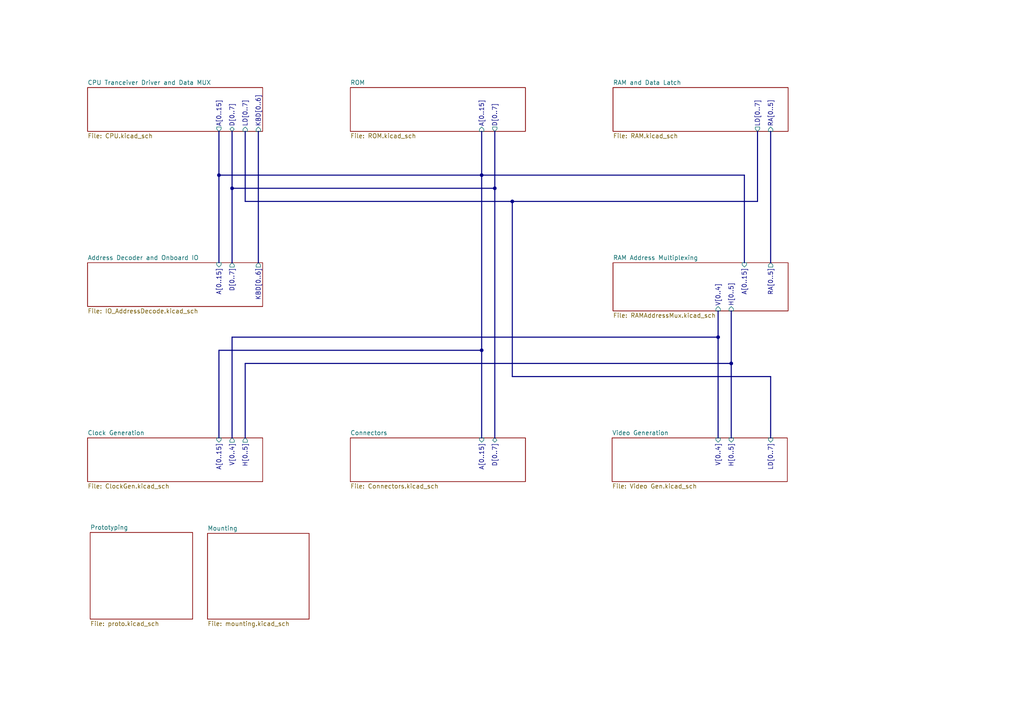
<source format=kicad_sch>
(kicad_sch (version 20230121) (generator eeschema)
  (paper "A4")
  (title_block (title "Apple II Schematic") (rev "0") (comment 1 "Captured from the Apple II Reference Manual (1979)"))
  (lib_symbols)
  (junction (at 139.7 101.6))
  (junction (at 143.51 54.61))
  (junction (at 148.59 58.42))
  (junction (at 67.31 54.61))
  (junction (at 208.28 97.79))
  (junction (at 139.7 50.8))
  (junction (at 212.09 105.41))
  (junction (at 63.5 50.8))
  (bus (pts (xy 74.93 38.1) (xy 74.93 76.2)))
  (bus (pts (xy 148.59 58.42) (xy 148.59 109.22)))
  (bus (pts (xy 215.9 76.2) (xy 215.9 50.8)))
  (bus (pts (xy 139.7 50.8) (xy 215.9 50.8)))
  (bus (pts (xy 63.5 101.6) (xy 139.7 101.6)))
  (bus (pts (xy 67.31 54.61) (xy 67.31 76.2)))
  (bus (pts (xy 223.52 109.22) (xy 223.52 127)))
  (bus (pts (xy 223.52 38.1) (xy 223.52 76.2)))
  (bus (pts (xy 63.5 50.8) (xy 63.5 76.2)))
  (bus (pts (xy 143.51 54.61) (xy 143.51 127)))
  (bus (pts (xy 63.5 127) (xy 63.5 101.6)))
  (bus (pts (xy 208.28 97.79) (xy 208.28 127)))
  (bus (pts (xy 63.5 38.1) (xy 63.5 50.8)))
  (bus (pts (xy 143.51 54.61) (xy 143.51 38.1)))
  (bus (pts (xy 63.5 50.8) (xy 139.7 50.8)))
  (bus (pts (xy 148.59 58.42) (xy 219.71 58.42)))
  (bus (pts (xy 212.09 90.17) (xy 212.09 105.41)))
  (bus (pts (xy 71.12 38.1) (xy 71.12 58.42)))
  (bus (pts (xy 208.28 90.17) (xy 208.28 97.79)))
  (bus (pts (xy 139.7 50.8) (xy 139.7 101.6)))
  (bus (pts (xy 67.31 97.79) (xy 208.28 97.79)))
  (bus (pts (xy 139.7 101.6) (xy 139.7 127)))
  (bus (pts (xy 67.31 127) (xy 67.31 97.79)))
  (bus (pts (xy 71.12 58.42) (xy 148.59 58.42)))
  (bus (pts (xy 148.59 109.22) (xy 223.52 109.22)))
  (bus (pts (xy 67.31 38.1) (xy 67.31 54.61)))
  (bus (pts (xy 71.12 127) (xy 71.12 105.41)))
  (bus (pts (xy 139.7 50.8) (xy 139.7 38.1)))
  (bus (pts (xy 212.09 105.41) (xy 212.09 127)))
  (bus (pts (xy 71.12 105.41) (xy 212.09 105.41)))
  (bus (pts (xy 67.31 54.61) (xy 143.51 54.61)))
  (bus (pts (xy 219.71 58.42) (xy 219.71 38.1)))
  (sheet (at 25.4 25.4) (size 50.8 12.7)
    (property "Sheetname" "CPU Tranceiver Driver and Data MUX" (at 25.4 24.6884 0) (effects (justify left bottom)))
    (property "Sheetfile" "CPU.kicad_sch" (at 25.4 38.6846 0) (effects (justify left top)))
    (pin "A[0..15]" output (at 63.5 38.1 270))
    (pin "D[0..7]" bidirectional (at 67.31 38.1 270))
    (pin "LD[0..7]" input (at 71.12 38.1 270))
    (pin "KBD[0..6]" input (at 74.93 38.1 270))
  )
  (sheet (at 25.4 127) (size 50.8 12.7)
    (property "Sheetname" "Clock Generation" (at 25.4 126.2884 0) (effects (justify left bottom)))
    (property "Sheetfile" "ClockGen.kicad_sch" (at 25.4 140.2846 0) (effects (justify left top)))
    (pin "A[0..15]" input (at 63.5 127 90))
    (pin "V[0..4]" output (at 67.31 127 90))
    (pin "H[0..5]" output (at 71.12 127 90))
  )
  (sheet (at 25.4 76.2) (size 50.8 12.7)
    (property "Sheetname" "Address Decoder and Onboard IO" (at 25.4 75.4884 0) (effects (justify left bottom)))
    (property "Sheetfile" "IO_AddressDecode.kicad_sch" (at 25.4 89.4846 0) (effects (justify left top)))
    (pin "A[0..15]" input (at 63.5 76.2 90))
    (pin "D[0..7]" output (at 67.31 76.2 90))
    (pin "KBD[0..6]" output (at 74.93 76.2 90))
  )
  (sheet (at 177.8 76.2) (size 50.8 13.97)
    (property "Sheetname" "RAM Address Multiplexing" (at 177.8 75.4884 0) (effects (justify left bottom)))
    (property "Sheetfile" "RAMAddressMux.kicad_sch" (at 177.8 90.7546 0) (effects (justify left top)))
    (pin "A[0..15]" input (at 215.9 76.2 90))
    (pin "RA[0..5]" output (at 223.52 76.2 90))
    (pin "V[0..4]" input (at 208.28 90.17 270))
    (pin "H[0..5]" input (at 212.09 90.17 270))
  )
  (sheet (at 101.6 25.4) (size 50.8 12.7)
    (property "Sheetname" "ROM" (at 101.6 24.6884 0) (effects (justify left bottom)))
    (property "Sheetfile" "ROM.kicad_sch" (at 101.6 38.6846 0) (effects (justify left top)))
    (pin "A[0..15]" input (at 139.7 38.1 270))
    (pin "D[0..7]" output (at 143.51 38.1 270))
  )
  (sheet (at 177.8 25.4) (size 50.8 12.7)
    (property "Sheetname" "RAM and Data Latch" (at 177.8 24.6884 0) (effects (justify left bottom)))
    (property "Sheetfile" "RAM.kicad_sch" (at 177.8 38.6846 0) (effects (justify left top)))
    (pin "LD[0..7]" output (at 219.71 38.1 270))
    (pin "RA[0..5]" input (at 223.52 38.1 270))
  )
  (sheet (at 101.6 127) (size 50.8 12.7)
    (property "Sheetname" "Connectors" (at 101.6 126.2884 0) (effects (justify left bottom)))
    (property "Sheetfile" "Connectors.kicad_sch" (at 101.6 140.2846 0) (effects (justify left top)))
    (pin "A[0..15]" input (at 139.7 127 90))
    (pin "D[0..7]" bidirectional (at 143.51 127 90))
  )
  (sheet (at 177.546 127) (size 50.8 12.7)
    (property "Sheetname" "Video Generation" (at 177.546 126.2884 0) (effects (justify left bottom)))
    (property "Sheetfile" "Video Gen.kicad_sch" (at 177.546 140.2846 0) (effects (justify left top)))
    (pin "LD[0..7]" input (at 223.52 127 90))
    (pin "H[0..5]" input (at 212.09 127 90))
    (pin "V[0..4]" input (at 208.28 127 90))
  )
  (sheet (at 60.198 154.686) (size 29.464 24.892) (stroke (width 0.1524))
    (property "Sheetname" "Mounting" (at 60.198 153.9744 0) (effects (justify left bottom)))
    (property "Sheetfile" "mounting.kicad_sch" (at 60.198 180.1626 0) (effects (justify left top)))
  )
  (sheet (at 26.162 154.432) (size 29.718 25.146) (stroke (width 0.1524))
    (property "Sheetname" "Prototyping" (at 26.162 153.7204 0) (effects (justify left bottom)))
    (property "Sheetfile" "proto.kicad_sch" (at 26.162 180.1626 0) (effects (justify left top)))
  )
)
</source>
